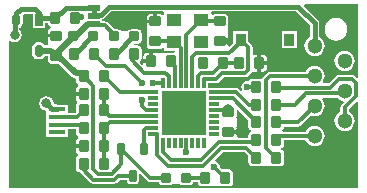
<source format=gtl>
G04*
G04 #@! TF.GenerationSoftware,Altium Limited,Altium Designer,18.1.7 (191)*
G04*
G04 Layer_Physical_Order=1*
G04 Layer_Color=255*
%FSLAX43Y43*%
%MOMM*%
G71*
G01*
G75*
%ADD10C,0.400*%
%ADD16C,0.500*%
G04:AMPARAMS|DCode=34|XSize=1mm|YSize=0.9mm|CornerRadius=0.113mm|HoleSize=0mm|Usage=FLASHONLY|Rotation=270.000|XOffset=0mm|YOffset=0mm|HoleType=Round|Shape=RoundedRectangle|*
%AMROUNDEDRECTD34*
21,1,1.000,0.675,0,0,270.0*
21,1,0.775,0.900,0,0,270.0*
1,1,0.225,-0.338,-0.388*
1,1,0.225,-0.338,0.388*
1,1,0.225,0.338,0.388*
1,1,0.225,0.338,-0.388*
%
%ADD34ROUNDEDRECTD34*%
%ADD35R,3.750X3.750*%
%ADD36R,0.850X0.300*%
%ADD37R,0.300X0.850*%
%ADD38R,1.000X0.500*%
%ADD39R,1.300X1.050*%
%ADD40R,1.400X0.400*%
%ADD41R,1.900X2.300*%
%ADD42R,1.900X1.800*%
%ADD43R,0.900X1.000*%
G04:AMPARAMS|DCode=44|XSize=1mm|YSize=0.9mm|CornerRadius=0.113mm|HoleSize=0mm|Usage=FLASHONLY|Rotation=0.000|XOffset=0mm|YOffset=0mm|HoleType=Round|Shape=RoundedRectangle|*
%AMROUNDEDRECTD44*
21,1,1.000,0.675,0,0,0.0*
21,1,0.775,0.900,0,0,0.0*
1,1,0.225,0.388,-0.338*
1,1,0.225,-0.388,-0.338*
1,1,0.225,-0.388,0.338*
1,1,0.225,0.388,0.338*
%
%ADD44ROUNDEDRECTD44*%
G04:AMPARAMS|DCode=45|XSize=0.8mm|YSize=0.8mm|CornerRadius=0.1mm|HoleSize=0mm|Usage=FLASHONLY|Rotation=0.000|XOffset=0mm|YOffset=0mm|HoleType=Round|Shape=RoundedRectangle|*
%AMROUNDEDRECTD45*
21,1,0.800,0.600,0,0,0.0*
21,1,0.600,0.800,0,0,0.0*
1,1,0.200,0.300,-0.300*
1,1,0.200,-0.300,-0.300*
1,1,0.200,-0.300,0.300*
1,1,0.200,0.300,0.300*
%
%ADD45ROUNDEDRECTD45*%
G04:AMPARAMS|DCode=46|XSize=0.6mm|YSize=1mm|CornerRadius=0.075mm|HoleSize=0mm|Usage=FLASHONLY|Rotation=180.000|XOffset=0mm|YOffset=0mm|HoleType=Round|Shape=RoundedRectangle|*
%AMROUNDEDRECTD46*
21,1,0.600,0.850,0,0,180.0*
21,1,0.450,1.000,0,0,180.0*
1,1,0.150,-0.225,0.425*
1,1,0.150,0.225,0.425*
1,1,0.150,0.225,-0.425*
1,1,0.150,-0.225,-0.425*
%
%ADD46ROUNDEDRECTD46*%
%ADD47R,0.660X1.000*%
G04:AMPARAMS|DCode=48|XSize=1mm|YSize=0.66mm|CornerRadius=0.165mm|HoleSize=0mm|Usage=FLASHONLY|Rotation=270.000|XOffset=0mm|YOffset=0mm|HoleType=Round|Shape=RoundedRectangle|*
%AMROUNDEDRECTD48*
21,1,1.000,0.330,0,0,270.0*
21,1,0.670,0.660,0,0,270.0*
1,1,0.330,-0.165,-0.335*
1,1,0.330,-0.165,0.335*
1,1,0.330,0.165,0.335*
1,1,0.330,0.165,-0.335*
%
%ADD48ROUNDEDRECTD48*%
%ADD49C,0.300*%
%ADD50C,1.300*%
%ADD51C,0.600*%
%ADD52C,0.800*%
G36*
X13350Y15175D02*
X13350Y14936D01*
X13223Y14898D01*
X13213Y14913D01*
X13109Y14982D01*
X12988Y15006D01*
X12750D01*
Y14350D01*
X12600D01*
Y14200D01*
X11894D01*
Y14012D01*
X11914Y13914D01*
X11900Y13900D01*
Y13100D01*
X11914Y13086D01*
X11894Y12988D01*
Y12312D01*
X11918Y12191D01*
X11987Y12087D01*
X12091Y12018D01*
X12212Y11994D01*
X12988D01*
X13109Y12018D01*
X13213Y12087D01*
X13223Y12102D01*
X13350Y12064D01*
Y11875D01*
X14302D01*
X14319Y11829D01*
X14313Y11807D01*
X14228Y11706D01*
X13613D01*
X13514Y11686D01*
X13500Y11700D01*
X12700D01*
X12686Y11686D01*
X12587Y11706D01*
X12400D01*
Y11000D01*
X12250D01*
Y10850D01*
X11594D01*
Y10740D01*
X11467Y10688D01*
X11337Y10817D01*
X11353Y10981D01*
X11363Y10987D01*
X11432Y11091D01*
X11456Y11212D01*
Y11988D01*
X11432Y12109D01*
X11363Y12213D01*
X11259Y12282D01*
X11137Y12306D01*
X10846D01*
X10779Y12433D01*
X10801Y12464D01*
X11150D01*
X11267Y12487D01*
X11366Y12554D01*
X11433Y12653D01*
X11456Y12770D01*
Y13370D01*
X11433Y13487D01*
X11366Y13586D01*
X11267Y13653D01*
X11150Y13676D01*
X10550D01*
X10433Y13653D01*
X10334Y13586D01*
X10323Y13570D01*
X9677D01*
X9666Y13586D01*
X9567Y13653D01*
X9450Y13676D01*
X9149D01*
X8572Y14252D01*
X8457Y14330D01*
X8320Y14357D01*
X8100D01*
Y14507D01*
X8181Y14523D01*
X8313Y14612D01*
X8894Y15192D01*
X13230D01*
X13350Y15175D01*
D02*
G37*
G36*
X2220Y13800D02*
X3280D01*
Y14192D01*
X3498D01*
X3518Y14091D01*
X3587Y13987D01*
X3691Y13918D01*
X3758Y13905D01*
Y13775D01*
X3691Y13762D01*
X3587Y13693D01*
X3518Y13589D01*
X3494Y13467D01*
Y13280D01*
X4200D01*
Y12980D01*
X3494D01*
Y12792D01*
X3514Y12694D01*
X3500Y12680D01*
Y12329D01*
X3263D01*
X3259Y12347D01*
X3178Y12468D01*
X3057Y12549D01*
X2915Y12577D01*
X2585D01*
X2443Y12549D01*
X2322Y12468D01*
X2241Y12347D01*
X2213Y12205D01*
Y11535D01*
X2241Y11393D01*
X2322Y11272D01*
X2443Y11191D01*
X2585Y11163D01*
X2915D01*
X3057Y11191D01*
X3178Y11272D01*
X3259Y11393D01*
X3263Y11411D01*
X3494D01*
Y11092D01*
X3518Y10971D01*
X3587Y10867D01*
X3691Y10798D01*
X3812Y10774D01*
X4407D01*
X5555Y9626D01*
X5704Y9526D01*
X5880Y9491D01*
X5894D01*
Y9312D01*
X5918Y9191D01*
X5987Y9087D01*
X6091Y9018D01*
X6108Y9015D01*
Y8885D01*
X6091Y8882D01*
X5987Y8813D01*
X5918Y8709D01*
X5894Y8587D01*
Y8350D01*
X6550D01*
Y8050D01*
X5894D01*
Y7812D01*
X5918Y7691D01*
X5987Y7587D01*
X6003Y7576D01*
Y7424D01*
X5987Y7413D01*
X5918Y7309D01*
X5894Y7188D01*
Y6649D01*
X5852Y6607D01*
X5200D01*
Y7300D01*
X4339D01*
X4300Y7308D01*
X4105D01*
X4012Y7400D01*
X3965Y7634D01*
X3833Y7833D01*
X3634Y7965D01*
X3400Y8012D01*
X3166Y7965D01*
X2967Y7833D01*
X2835Y7634D01*
X2788Y7400D01*
X2835Y7166D01*
X2967Y6967D01*
X3166Y6835D01*
X3400Y6788D01*
Y5850D01*
Y5200D01*
Y4550D01*
X5200D01*
Y5243D01*
X5894D01*
Y4912D01*
X5918Y4791D01*
X5987Y4687D01*
X6091Y4618D01*
X6108Y4615D01*
Y4485D01*
X6091Y4482D01*
X5987Y4413D01*
X5918Y4309D01*
X5894Y4188D01*
Y3950D01*
X6550D01*
Y3650D01*
X5894D01*
Y3412D01*
X5918Y3291D01*
X5987Y3187D01*
X6091Y3118D01*
X6108Y3115D01*
Y2985D01*
X6091Y2982D01*
X5987Y2913D01*
X5918Y2809D01*
X5894Y2688D01*
Y1913D01*
X5918Y1791D01*
X5987Y1687D01*
X6091Y1618D01*
X6213Y1594D01*
X6233D01*
X6298Y1498D01*
X7098Y698D01*
X7213Y620D01*
X7350Y593D01*
X9157D01*
X9294Y620D01*
X9409Y698D01*
X9605Y893D01*
X10195D01*
Y825D01*
X10216Y718D01*
X10277Y627D01*
X10368Y566D01*
X10475Y545D01*
X10925D01*
X11032Y566D01*
X11123Y627D01*
X11184Y718D01*
X11205Y825D01*
Y1424D01*
X11323Y1473D01*
X11948Y848D01*
X12063Y770D01*
X12200Y743D01*
X12905D01*
X12917Y683D01*
X12984Y584D01*
X13083Y517D01*
X13200Y494D01*
X13800D01*
X13917Y517D01*
X14016Y584D01*
X14027Y600D01*
X14673D01*
X14684Y584D01*
X14783Y517D01*
X14900Y494D01*
X15500D01*
X15617Y517D01*
X15716Y584D01*
X15783Y683D01*
X15795Y743D01*
X16194D01*
Y712D01*
X16218Y591D01*
X16287Y487D01*
X16391Y418D01*
X16513Y394D01*
X17188D01*
X17286Y414D01*
X17300Y400D01*
X18100D01*
X18114Y414D01*
X18212Y394D01*
X18888D01*
X19009Y418D01*
X19113Y487D01*
X19182Y591D01*
X19206Y712D01*
Y1487D01*
X19182Y1609D01*
X19113Y1713D01*
X19009Y1782D01*
X18888Y1806D01*
X18299D01*
X18109Y1996D01*
X18110Y2000D01*
X18071Y2195D01*
X17960Y2360D01*
X17795Y2471D01*
X17726Y2485D01*
X17684Y2623D01*
X18323Y3261D01*
X20184D01*
X20494Y2951D01*
Y2412D01*
X20518Y2291D01*
X20587Y2187D01*
X20691Y2118D01*
X20812Y2094D01*
X21487D01*
X21586Y2114D01*
X21600Y2100D01*
X22400D01*
X22414Y2114D01*
X22513Y2094D01*
X23188D01*
X23309Y2118D01*
X23413Y2187D01*
X23482Y2291D01*
X23506Y2412D01*
Y3188D01*
X23482Y3309D01*
X23413Y3413D01*
X23309Y3482D01*
X23292Y3485D01*
Y3615D01*
X23309Y3618D01*
X23413Y3687D01*
X23482Y3791D01*
X23506Y3912D01*
Y4303D01*
X25328D01*
X25358Y4231D01*
X25494Y4054D01*
X25671Y3918D01*
X25878Y3832D01*
X26100Y3803D01*
X26322Y3832D01*
X26529Y3918D01*
X26706Y4054D01*
X26842Y4231D01*
X26928Y4438D01*
X26957Y4660D01*
X26928Y4882D01*
X26842Y5089D01*
X26706Y5266D01*
X26529Y5402D01*
X26322Y5488D01*
X26100Y5517D01*
X25878Y5488D01*
X25671Y5402D01*
X25494Y5266D01*
X25358Y5089D01*
X25328Y5017D01*
X23386D01*
X23348Y5144D01*
X23413Y5187D01*
X23482Y5291D01*
X23506Y5412D01*
Y5443D01*
X24700D01*
X24837Y5470D01*
X24952Y5548D01*
X25806Y6402D01*
X25878Y6372D01*
X26100Y6343D01*
X26322Y6372D01*
X26529Y6458D01*
X26706Y6594D01*
X26842Y6771D01*
X26928Y6978D01*
X26957Y7200D01*
X26928Y7422D01*
X26842Y7629D01*
X26745Y7756D01*
X26807Y7883D01*
X28019D01*
X28034Y7864D01*
X28211Y7728D01*
X28418Y7642D01*
X28527Y7627D01*
X28573Y7493D01*
X28388Y7308D01*
X28310Y7192D01*
X28283Y7056D01*
Y6702D01*
X28211Y6672D01*
X28034Y6536D01*
X27898Y6359D01*
X27812Y6152D01*
X27783Y5930D01*
X27812Y5708D01*
X27898Y5501D01*
X28034Y5324D01*
X28211Y5188D01*
X28418Y5102D01*
X28640Y5073D01*
X28862Y5102D01*
X29069Y5188D01*
X29246Y5324D01*
X29382Y5501D01*
X29468Y5708D01*
X29497Y5930D01*
X29468Y6152D01*
X29382Y6359D01*
X29246Y6536D01*
X29069Y6672D01*
X28997Y6702D01*
Y6908D01*
X29679Y7590D01*
X29796Y7541D01*
Y204D01*
X204D01*
X204Y12657D01*
X331Y12725D01*
X466Y12635D01*
X700Y12588D01*
X934Y12635D01*
X1133Y12767D01*
X1265Y12966D01*
X1312Y13200D01*
X1265Y13434D01*
X1133Y13633D01*
X1108Y13649D01*
Y13811D01*
X1157Y13821D01*
X1278Y13902D01*
X1359Y14023D01*
X1387Y14165D01*
Y14835D01*
X1381Y14865D01*
X1485Y14992D01*
X2220D01*
Y13800D01*
D02*
G37*
G36*
X29796Y9625D02*
X29679Y9576D01*
X29532Y9722D01*
X29417Y9800D01*
X29280Y9827D01*
X28170D01*
X28033Y9800D01*
X27918Y9722D01*
X27292Y9097D01*
X26838D01*
X26775Y9224D01*
X26842Y9311D01*
X26928Y9518D01*
X26957Y9740D01*
X26928Y9962D01*
X26842Y10169D01*
X26706Y10346D01*
X26529Y10482D01*
X26322Y10568D01*
X26100Y10597D01*
X25878Y10568D01*
X25671Y10482D01*
X25494Y10346D01*
X25358Y10169D01*
X25328Y10097D01*
X22320D01*
X22183Y10070D01*
X22068Y9992D01*
X21748Y9672D01*
X21670Y9557D01*
X21659Y9500D01*
X21600D01*
X21586Y9486D01*
X21487Y9506D01*
X20812D01*
X20691Y9482D01*
X20587Y9413D01*
X20518Y9309D01*
X20514Y9287D01*
X20400Y9310D01*
X20205Y9271D01*
X20040Y9160D01*
X19929Y8995D01*
X19890Y8800D01*
X19929Y8605D01*
X19956Y8564D01*
X19857Y8483D01*
X19739Y8602D01*
X19623Y8680D01*
X19486Y8707D01*
X17550D01*
X17516Y8700D01*
X17100D01*
Y9093D01*
X17750D01*
X17887Y9120D01*
X18002Y9198D01*
X18398Y9593D01*
X20229D01*
X20366Y9620D01*
X20481Y9698D01*
X20752Y9969D01*
X20830Y10084D01*
X20833Y10100D01*
X20950D01*
X20964Y10114D01*
X21062Y10094D01*
X21250D01*
Y10800D01*
Y11506D01*
X21062D01*
X20980Y11490D01*
X20857Y11551D01*
Y12150D01*
X20830Y12287D01*
X20752Y12402D01*
X20500Y12655D01*
Y13500D01*
X19200D01*
Y12476D01*
X18910Y12186D01*
X18793Y12249D01*
X18806Y12312D01*
Y12500D01*
X18100D01*
Y12800D01*
X18806D01*
Y12987D01*
X18786Y13086D01*
X18800Y13100D01*
Y13900D01*
X18786Y13914D01*
X18806Y14012D01*
Y14687D01*
X18782Y14809D01*
X18713Y14913D01*
X18609Y14982D01*
X18487Y15006D01*
X17712D01*
X17591Y14982D01*
X17487Y14913D01*
X17477Y14898D01*
X17350Y14936D01*
Y15175D01*
X17470Y15192D01*
X24531D01*
X25692Y14031D01*
Y13031D01*
X25671Y13022D01*
X25494Y12886D01*
X25358Y12709D01*
X25272Y12502D01*
X25243Y12280D01*
X25272Y12058D01*
X25358Y11851D01*
X25494Y11674D01*
X25671Y11538D01*
X25878Y11452D01*
X26100Y11423D01*
X26322Y11452D01*
X26529Y11538D01*
X26706Y11674D01*
X26842Y11851D01*
X26928Y12058D01*
X26957Y12280D01*
X26928Y12502D01*
X26842Y12709D01*
X26706Y12886D01*
X26529Y13022D01*
X26508Y13031D01*
Y14200D01*
X26508Y14200D01*
X26477Y14356D01*
X26388Y14488D01*
X26388Y14488D01*
X25198Y15679D01*
X25247Y15796D01*
X29796D01*
Y9625D01*
D02*
G37*
G36*
X20494Y6001D02*
Y5412D01*
X20518Y5291D01*
X20587Y5187D01*
X20691Y5118D01*
X20708Y5115D01*
Y4985D01*
X20691Y4982D01*
X20587Y4913D01*
X20518Y4809D01*
X20494Y4688D01*
Y4475D01*
X19608D01*
X19504Y4602D01*
X19506Y4613D01*
Y4800D01*
X18800D01*
Y5100D01*
X19506D01*
Y5287D01*
X19486Y5386D01*
X19500Y5400D01*
Y6200D01*
X19486Y6214D01*
X19506Y6312D01*
Y6810D01*
X19633Y6862D01*
X20494Y6001D01*
D02*
G37*
%LPC*%
G36*
X12450Y15006D02*
X12212D01*
X12091Y14982D01*
X11987Y14913D01*
X11918Y14809D01*
X11894Y14688D01*
Y14500D01*
X12450D01*
Y15006D01*
D02*
G37*
G36*
X12100Y11706D02*
X11913D01*
X11791Y11682D01*
X11687Y11613D01*
X11618Y11509D01*
X11594Y11387D01*
Y11150D01*
X12100D01*
Y11706D01*
D02*
G37*
G36*
X27900Y14638D02*
X27652Y14606D01*
X27421Y14510D01*
X27222Y14358D01*
X27070Y14159D01*
X26974Y13928D01*
X26942Y13680D01*
X26974Y13432D01*
X27070Y13201D01*
X27222Y13002D01*
X27421Y12850D01*
X27652Y12754D01*
X27900Y12722D01*
X28148Y12754D01*
X28379Y12850D01*
X28578Y13002D01*
X28730Y13201D01*
X28826Y13432D01*
X28858Y13680D01*
X28826Y13928D01*
X28730Y14159D01*
X28578Y14358D01*
X28379Y14510D01*
X28148Y14606D01*
X27900Y14638D01*
D02*
G37*
G36*
X24600Y13500D02*
X23300D01*
Y12100D01*
X24600D01*
Y13500D01*
D02*
G37*
G36*
X21737Y11506D02*
X21550D01*
Y10950D01*
X22056D01*
Y11188D01*
X22032Y11309D01*
X21963Y11413D01*
X21859Y11482D01*
X21737Y11506D01*
D02*
G37*
G36*
X28640Y11867D02*
X28418Y11838D01*
X28211Y11752D01*
X28034Y11616D01*
X27898Y11439D01*
X27812Y11232D01*
X27783Y11010D01*
X27812Y10788D01*
X27898Y10581D01*
X28034Y10404D01*
X28211Y10268D01*
X28418Y10182D01*
X28640Y10153D01*
X28862Y10182D01*
X29069Y10268D01*
X29246Y10404D01*
X29382Y10581D01*
X29468Y10788D01*
X29497Y11010D01*
X29468Y11232D01*
X29382Y11439D01*
X29246Y11616D01*
X29069Y11752D01*
X28862Y11838D01*
X28640Y11867D01*
D02*
G37*
G36*
X22056Y10650D02*
X21550D01*
Y10094D01*
X21737D01*
X21859Y10118D01*
X21963Y10187D01*
X22032Y10291D01*
X22056Y10413D01*
Y10650D01*
D02*
G37*
%LPD*%
D10*
X7400Y14900D02*
X8025D01*
X7400D02*
Y15500D01*
X5050D02*
X7400D01*
X4150Y14600D02*
X5050Y15500D01*
X8025Y14900D02*
X8725Y15600D01*
X24700D01*
X3400Y7400D02*
X3900Y6900D01*
X4300D01*
X5780Y11600D02*
X7350Y13170D01*
X5750Y11600D02*
X5780D01*
X9280D02*
X10850Y13170D01*
X9100Y11600D02*
X9280D01*
X26100Y12280D02*
Y14200D01*
X24700Y15600D02*
X26100Y14200D01*
X2750Y14500D02*
X2850Y14600D01*
X4150D01*
X2400Y15400D02*
X2750Y15050D01*
X1200Y15400D02*
X2400D01*
X850Y15050D02*
X1200Y15400D01*
X850Y14500D02*
Y15050D01*
X700Y14350D02*
X850Y14500D01*
X700Y13200D02*
Y14350D01*
X2750Y14500D02*
Y15050D01*
D16*
X5650Y13070D02*
X5872D01*
X6902Y14100D01*
X5650Y13020D02*
Y13070D01*
X6902Y14100D02*
X7400D01*
X4200Y11571D02*
X5650Y13020D01*
X4200Y11430D02*
Y11571D01*
X18850Y12650D02*
X18900Y12600D01*
X18100Y12650D02*
X18850D01*
X3760Y11870D02*
X4200Y11430D01*
X2750Y11870D02*
X3760D01*
X6300Y9950D02*
X6550Y9700D01*
X5880Y9950D02*
X6300D01*
X4399Y11430D02*
X5880Y9950D01*
X4200Y11430D02*
X4399D01*
D34*
X12250Y11000D02*
D03*
X13950D02*
D03*
X10800Y11600D02*
D03*
X9100D02*
D03*
X7450D02*
D03*
X5750D02*
D03*
X18550Y1100D02*
D03*
X16850D02*
D03*
X16650Y10800D02*
D03*
X18350D02*
D03*
X21400D02*
D03*
X19700D02*
D03*
X21150Y8800D02*
D03*
X22850D02*
D03*
X21150Y7300D02*
D03*
X22850D02*
D03*
X21150Y4300D02*
D03*
X22850D02*
D03*
X21150Y2800D02*
D03*
X22850D02*
D03*
X21150Y5800D02*
D03*
X22850D02*
D03*
X5850Y14600D02*
D03*
X4150D02*
D03*
X6550Y8200D02*
D03*
X8250D02*
D03*
X6550Y3800D02*
D03*
X8250D02*
D03*
X6550Y5300D02*
D03*
X8250D02*
D03*
X8250Y2300D02*
D03*
X6550D02*
D03*
X6550Y6800D02*
D03*
X8250D02*
D03*
X8250Y9700D02*
D03*
X6550D02*
D03*
D35*
X15000Y6600D02*
D03*
D36*
X17550Y8350D02*
D03*
Y7850D02*
D03*
Y7350D02*
D03*
Y6850D02*
D03*
Y6350D02*
D03*
Y5850D02*
D03*
Y5350D02*
D03*
Y4850D02*
D03*
X12450D02*
D03*
Y5350D02*
D03*
Y5850D02*
D03*
Y6350D02*
D03*
Y6850D02*
D03*
Y7350D02*
D03*
Y7850D02*
D03*
Y8350D02*
D03*
D37*
X16750Y4050D02*
D03*
X16250D02*
D03*
X15750D02*
D03*
X15250D02*
D03*
X14750D02*
D03*
X14250D02*
D03*
X13750D02*
D03*
X13250D02*
D03*
Y9150D02*
D03*
X13750D02*
D03*
X14250D02*
D03*
X14750D02*
D03*
X15250D02*
D03*
X15750D02*
D03*
X16250D02*
D03*
X16750D02*
D03*
D38*
X7400Y14100D02*
D03*
Y14800D02*
D03*
Y15500D02*
D03*
D39*
X16500Y14450D02*
D03*
X14200D02*
D03*
Y12600D02*
D03*
X16500D02*
D03*
D40*
X4300Y6900D02*
D03*
Y6250D02*
D03*
Y5600D02*
D03*
Y4950D02*
D03*
Y4300D02*
D03*
D41*
X1450Y9350D02*
D03*
Y1842D02*
D03*
D42*
Y6750D02*
D03*
Y4450D02*
D03*
X4050Y9100D02*
D03*
Y2100D02*
D03*
D43*
X19850Y14400D02*
D03*
X23950D02*
D03*
X19850Y12800D02*
D03*
X23950D02*
D03*
D44*
X18100Y12650D02*
D03*
Y14350D02*
D03*
X12600Y14350D02*
D03*
Y12650D02*
D03*
X18800Y4950D02*
D03*
Y6650D02*
D03*
X4200Y13130D02*
D03*
Y11430D02*
D03*
D45*
X7350Y13070D02*
D03*
X5650D02*
D03*
X15200Y1100D02*
D03*
X13500D02*
D03*
X10850Y13070D02*
D03*
X9150D02*
D03*
D46*
X10700Y1250D02*
D03*
X9750Y3550D02*
D03*
X11650D02*
D03*
D47*
X2750Y14500D02*
D03*
D48*
X1800D02*
D03*
X850D02*
D03*
X2750Y11870D02*
D03*
X850D02*
D03*
D49*
X17550Y7850D02*
X19150D01*
X21150Y5850D01*
X18800Y4950D02*
X19670D01*
X20968Y4118D02*
X21150Y4300D01*
X17968Y4118D02*
X20968D01*
X16450Y2600D02*
X17968Y4118D01*
X20332Y3618D02*
X21150Y2800D01*
X18175Y3618D02*
X20332D01*
X16657Y2100D02*
X18175Y3618D01*
X16750Y9450D02*
X17750D01*
X16750Y9150D02*
Y9450D01*
X17750D02*
X18250Y9950D01*
X7400Y14200D02*
X7600Y14000D01*
X8320D02*
X9150Y13170D01*
X7600Y14000D02*
X8320D01*
X19486Y8350D02*
X20536Y7300D01*
X21150D01*
X20400Y8800D02*
X20400Y8800D01*
X21150D01*
Y5800D02*
Y5850D01*
X17550Y8350D02*
X19486D01*
X11650Y10000D02*
X13470D01*
X10600Y11050D02*
X11650Y10000D01*
X10050Y10600D02*
X11500Y9150D01*
X9600Y8350D02*
X12450D01*
X11450Y7200D02*
Y7700D01*
X12750Y3476D02*
Y4850D01*
X12750Y3476D02*
X12750Y3476D01*
X12750Y4850D02*
X12750Y4850D01*
X22910Y8740D02*
X27440D01*
X22850Y8800D02*
X22910Y8740D01*
X28170Y9470D02*
X29280D01*
X27440Y8740D02*
X28170Y9470D01*
X28410Y8240D02*
X28640Y8470D01*
X25340Y8240D02*
X28410D01*
X24400Y7300D02*
X25340Y8240D01*
X29280Y9470D02*
X29640Y9110D01*
Y8056D02*
Y9110D01*
X28640Y7056D02*
X29640Y8056D01*
X28640Y5930D02*
Y7056D01*
X22320Y9740D02*
X26100D01*
X22000Y9420D02*
X22320Y9740D01*
X22000Y3650D02*
Y9420D01*
Y3650D02*
X22850Y2800D01*
Y7300D02*
X24400D01*
X24700Y5800D02*
X26100Y7200D01*
X22850Y5800D02*
X24700D01*
X22850Y4300D02*
X23210Y4660D01*
X26100D01*
X14750Y9150D02*
Y12050D01*
X15250Y9150D02*
Y13200D01*
X16050Y11650D02*
X18879D01*
X15750Y11350D02*
X16050Y11650D01*
X15750Y9150D02*
Y11350D01*
X16480Y9950D02*
X17500D01*
X16250Y9720D02*
X16480Y9950D01*
X16250Y9150D02*
Y9720D01*
X15250Y13200D02*
X16500Y14450D01*
X17550Y6850D02*
X18700D01*
X8250Y2300D02*
Y3800D01*
X12200Y1100D02*
X13500D01*
X9750Y3550D02*
X12200Y1100D01*
X9750Y2250D02*
Y3451D01*
X8950Y1450D02*
X9750Y2250D01*
X6550Y1750D02*
Y2300D01*
Y1750D02*
X7350Y950D01*
X9157D01*
X9457Y1250D01*
X10700D01*
X7721Y1450D02*
X8950D01*
X7350Y1821D02*
X7721Y1450D01*
X7350Y1821D02*
Y8900D01*
X6550Y9700D02*
X7350Y8900D01*
X15200Y1100D02*
X16850D01*
X17600Y2000D02*
X18500Y1100D01*
X18550D01*
X13712Y2100D02*
X16657D01*
X13919Y2600D02*
X16450D01*
X15250Y3250D02*
Y4050D01*
X6250Y5600D02*
X6550Y5300D01*
X4300Y5600D02*
X6250D01*
X6000Y6250D02*
X6550Y6800D01*
X4300Y6250D02*
X6000D01*
X16500Y14450D02*
X16600Y14350D01*
X18100D01*
X14150Y12650D02*
X14200Y12600D01*
X12600Y12650D02*
X14150D01*
X8400Y10600D02*
X10050D01*
X7450Y11550D02*
X8400Y10600D01*
X7450Y11550D02*
Y11600D01*
X10600Y11050D02*
Y11600D01*
X8250Y3800D02*
X8250Y3800D01*
Y5300D01*
X11850Y5350D02*
X12450D01*
X11650Y5150D02*
X11850Y5350D01*
X11650Y3550D02*
Y5150D01*
X8250Y5300D02*
X8800Y5850D01*
X8700Y6350D02*
X12450D01*
X8250Y9700D02*
X9600Y8350D01*
X13250Y3269D02*
X13919Y2600D01*
X12750Y3062D02*
X13712Y2100D01*
X12750Y3062D02*
Y3476D01*
X13250Y3269D02*
Y4050D01*
X13470Y10000D02*
X13750Y9720D01*
X11450Y7200D02*
X11800Y6850D01*
X19850Y12621D02*
Y12800D01*
X18879Y11650D02*
X19850Y12621D01*
Y12800D02*
X20500Y12150D01*
Y10221D02*
Y12150D01*
X20229Y9950D02*
X20500Y10221D01*
X18250Y9950D02*
X20229D01*
X18350Y10800D02*
X19700D01*
X17500Y9950D02*
X18350Y10800D01*
X12450Y4850D02*
X12750D01*
X8800Y5850D02*
X12450D01*
X8250Y6800D02*
X8700Y6350D01*
X11800Y6850D02*
X12450D01*
X8250Y6800D02*
X8250Y6800D01*
X8250Y6800D02*
Y8200D01*
X14250Y9150D02*
Y10600D01*
X14200Y12600D02*
X14750Y12050D01*
X13750Y9150D02*
Y9720D01*
X12450Y9150D02*
X13250D01*
D50*
X28640Y3390D02*
D03*
X26100Y4660D02*
D03*
X28640Y5930D02*
D03*
X26100Y7200D02*
D03*
X28640Y8470D02*
D03*
X26100Y9740D02*
D03*
X28640Y11010D02*
D03*
X26100Y12280D02*
D03*
D51*
X19670Y4950D02*
D03*
X6300Y14700D02*
D03*
X5500Y8600D02*
D03*
X4600Y600D02*
D03*
X3500D02*
D03*
X3900Y3500D02*
D03*
X4800D02*
D03*
X5500Y7800D02*
D03*
X2900Y10600D02*
D03*
X1700Y12400D02*
D03*
X18900Y12600D02*
D03*
X11600Y14300D02*
D03*
X20400Y8800D02*
D03*
X11500Y9150D02*
D03*
X11450Y7700D02*
D03*
X16500Y8100D02*
D03*
Y6600D02*
D03*
Y5100D02*
D03*
X15000D02*
D03*
X13500Y6600D02*
D03*
Y5100D02*
D03*
Y8100D02*
D03*
X15000D02*
D03*
Y6594D02*
D03*
X16650Y10800D02*
D03*
X17600Y2000D02*
D03*
X15250Y3250D02*
D03*
X12450Y9150D02*
D03*
D52*
X18800Y6900D02*
D03*
X13900Y10900D02*
D03*
X6550Y9700D02*
D03*
X700Y13200D02*
D03*
X3400Y7400D02*
D03*
M02*

</source>
